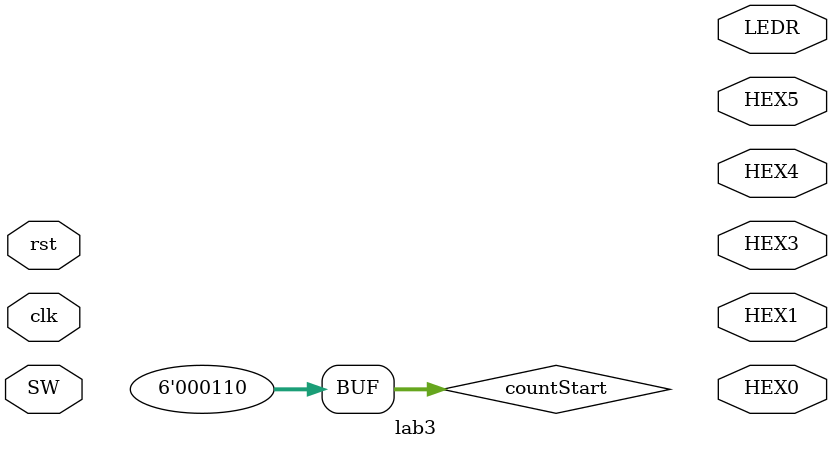
<source format=sv>



module lab3 (
       output logic [6:0] HEX5,   // seven segment display interface
       output logic [6:0] HEX4, 
       output logic [6:0] HEX3,
       output logic [6:0] HEX1,
       output logic [6:0] HEX0,
       output logic [9:0] LEDR,   // LEDs
       input logic [9:0]  SW,     // switches
       input logic  clk,    // 250 ms period clock
       input logic  rst);   // sync reset
   
   logic timerCntEn;
   logic timerRst;

   // TODO : Declare the required signals 


   //
   // timer
   // this timer counts down from some configurable multiple of 250 ms.
   //
   wire [5:0] timerVal;
   wire       timerOut;
   wire       timerGtN;
   assign timerGtN = (timerVal > 2);

   logic [5:0] countStart;
   
   assign countStart = 6;  
             
   counterDn #(6) timerCnt  (
        .val(timerVal),
        .zero(timerOut),
        .startVal(countStart),
        .enab(timerCntEn),
        .rst(timerRst),
        .clk);

   // TODO : Using the timerCnt example implement the rest of the counters and design  

   //
   // TODO: user timer
   // this counter counts down from some configurable multiple of 250 ms.
   // It generates a timeout if a user does not respond in a timely manner.
   //
          
   counterDn #(6) 
       
       Cnt  (
        .val(),
        .zero(),
        .startVal(),     
        .enab(),
        .rst(),
        .clk);


   //
   // TODO: score counter
   // what is the max simon seq length so far
   // start at 1, after each successful play, increment by 1
   //
   wire [7:0] score;
   counterUp #(8,127) scoreCnt (
        .val(score),
        .wrap(),
        .enab(scoreCntEn),                   
        .rst(scoreCntRst), .clk);

         
      
   //
   // TODO: seq counter
   // this counter increments for each step of a "simon" sequence
   // It increments after a light is shown by Simon or a light is
   // turned off by the User.
   // What should seqEqScore be?
   
   counterUp #(8, 255 ) sequnceCnt (
        .val(),
        .wrap(),
        .enab(),                     
        .rst(), .clk);

   //
   // TODO: polynomial counter
   // random number generator
   //   
   
   poly poly (
        .val(),
        .seed({2'b0, SW[8:4], 1'b1}),
        // x8 + x6 + x5 + x4 + 1
        .taps(8'b1011_1000),
        .enab(),
        .rst(),
        .clk);

   
  // TODO : fill in the logic for LEDR[9:0]
  // Hint : Think of the different scenarios which will light up the lEDS
  //********Fill here ***********

   // TODO: check if any switch active and how should it be used
   //********Fill here ***********
  

  // TODO: does the current switch match what is expected
  //********Fill here ***********
   
  // TODO: display "H" or blank on HEX5
  //********Fill here ***********

   
   // TODO score
   bcd2hex sc1 ();
   bcd2hex sc0 ();
   bcd2hex seq1 ();
   bcd2hex seq0 ();

   simonStmach statemach (
        .fini,
        .timerCntEn,
        .timerRst,                
        .uTimerCntEn,     
        .uTimerRst,
        .scoreCntEn,
        .scoreCntRst,
        .rndSeqEn,
        .rndSeqRst,
        .seqCntEn,
        .seqCntRst,
        .lightAllSl,
        .lightRndSl,
        .simonsTurn, 
        .timerGtN,
        .timerOut,
        .uTimerOut,     
        .seqEqScore,
        .anySwitch,
        .switchMatch,
        .clk,
        .rst);
endmodule                 

</source>
